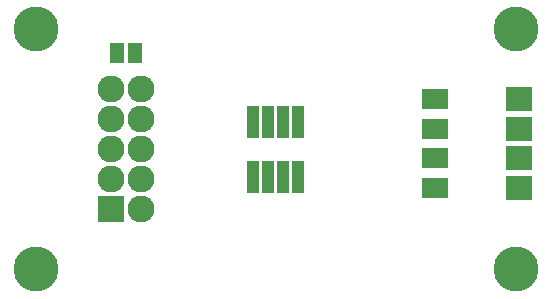
<source format=gts>
G04 (created by PCBNEW-RS274X (2011-07-19)-testing) date Fri 10 Feb 2012 12:48:48 PM PST*
G01*
G70*
G90*
%MOIN*%
G04 Gerber Fmt 3.4, Leading zero omitted, Abs format*
%FSLAX34Y34*%
G04 APERTURE LIST*
%ADD10C,0.006000*%
%ADD11C,0.150000*%
%ADD12R,0.039700X0.108600*%
%ADD13R,0.045000X0.065000*%
%ADD14R,0.090000X0.090000*%
%ADD15C,0.090000*%
%ADD16R,0.090900X0.067200*%
%ADD17R,0.090900X0.079100*%
G04 APERTURE END LIST*
G54D10*
G54D11*
X67000Y-21000D03*
X51000Y-21000D03*
X67000Y-29000D03*
X51000Y-29000D03*
G54D12*
X58250Y-24085D03*
X58750Y-24085D03*
X59250Y-24085D03*
X59750Y-24085D03*
X58250Y-25916D03*
X58750Y-25916D03*
X59250Y-25916D03*
X59750Y-25916D03*
G54D13*
X53697Y-21800D03*
X54297Y-21800D03*
G54D14*
X53500Y-27000D03*
G54D15*
X54500Y-27000D03*
X53500Y-26000D03*
X54500Y-26000D03*
X53500Y-25000D03*
X54500Y-25000D03*
X53500Y-24000D03*
X54500Y-24000D03*
X53500Y-23000D03*
X54500Y-23000D03*
G54D16*
X64302Y-23324D03*
X64302Y-24308D03*
X64302Y-26276D03*
G54D17*
X67098Y-26276D03*
X67098Y-25292D03*
G54D16*
X64302Y-25292D03*
G54D17*
X67098Y-24308D03*
X67098Y-23324D03*
M02*

</source>
